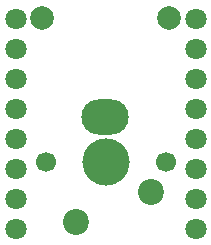
<source format=gbr>
%TF.GenerationSoftware,KiCad,Pcbnew,(6.0.5-0)*%
%TF.CreationDate,2022-06-18T00:50:55+09:00*%
%TF.ProjectId,tinypicokey,74696e79-7069-4636-9f6b-65792e6b6963,rev?*%
%TF.SameCoordinates,Original*%
%TF.FileFunction,Soldermask,Top*%
%TF.FilePolarity,Negative*%
%FSLAX46Y46*%
G04 Gerber Fmt 4.6, Leading zero omitted, Abs format (unit mm)*
G04 Created by KiCad (PCBNEW (6.0.5-0)) date 2022-06-18 00:50:55*
%MOMM*%
%LPD*%
G01*
G04 APERTURE LIST*
%ADD10C,2.000000*%
%ADD11O,4.000000X3.000000*%
%ADD12C,1.700000*%
%ADD13C,4.000000*%
%ADD14C,2.200000*%
%ADD15C,1.800000*%
G04 APERTURE END LIST*
D10*
%TO.C,*%
X107696000Y-78994000D03*
%TD*%
D11*
%TO.C,SW1*%
X102280000Y-87360000D03*
D12*
X107400000Y-91170000D03*
X97240000Y-91170000D03*
D13*
X102320000Y-91170000D03*
D14*
X99780000Y-96250000D03*
X106130000Y-93710000D03*
%TD*%
D15*
%TO.C,U1*%
X94680000Y-79060000D03*
X94680000Y-81600000D03*
X94680000Y-84140000D03*
X94680000Y-86680000D03*
X94680000Y-89220000D03*
X94680000Y-91760000D03*
X94680000Y-94300000D03*
X94680000Y-96840000D03*
X109920000Y-96840000D03*
X109920000Y-94300000D03*
X109920000Y-91760000D03*
X109920000Y-89220000D03*
X109920000Y-86680000D03*
X109920000Y-84140000D03*
X109920000Y-81600000D03*
X109920000Y-79060000D03*
%TD*%
D10*
%TO.C,*%
X96901000Y-78994000D03*
%TD*%
M02*

</source>
